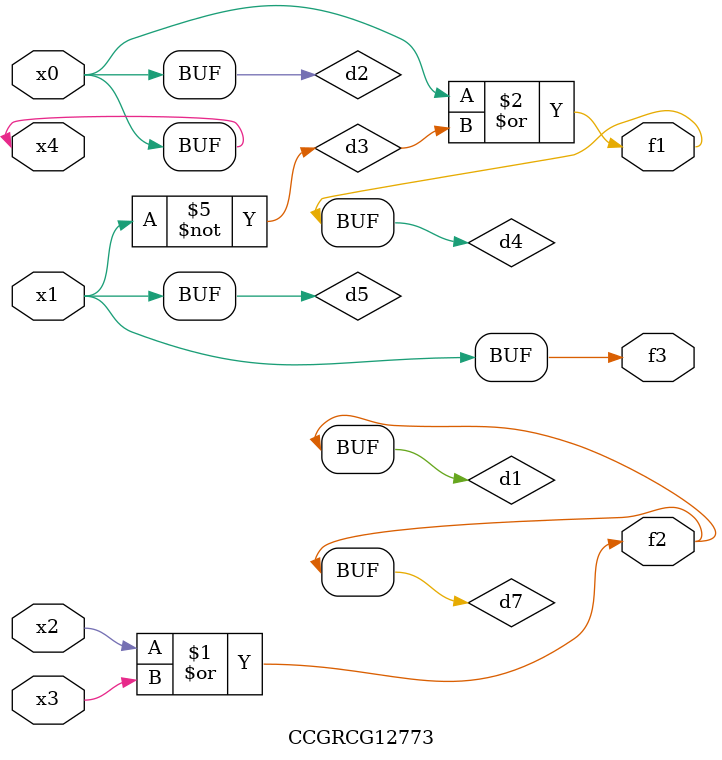
<source format=v>
module CCGRCG12773(
	input x0, x1, x2, x3, x4,
	output f1, f2, f3
);

	wire d1, d2, d3, d4, d5, d6, d7;

	or (d1, x2, x3);
	buf (d2, x0, x4);
	not (d3, x1);
	or (d4, d2, d3);
	not (d5, d3);
	nand (d6, d1, d3);
	or (d7, d1);
	assign f1 = d4;
	assign f2 = d7;
	assign f3 = d5;
endmodule

</source>
